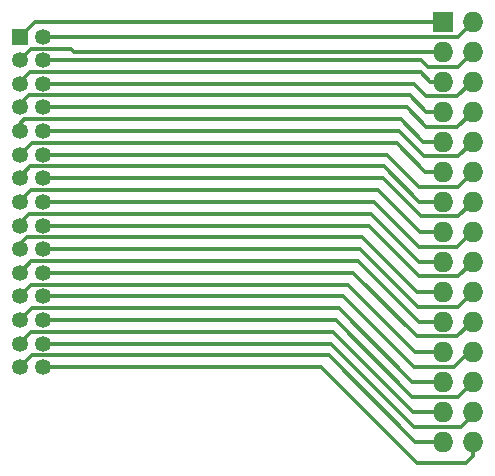
<source format=gtl>
G04 #@! TF.FileFunction,Copper,L1,Top,Signal*
%FSLAX46Y46*%
G04 Gerber Fmt 4.6, Leading zero omitted, Abs format (unit mm)*
G04 Created by KiCad (PCBNEW 4.0.2-stable) date 03/11/2016 07:27:08 a.m.*
%MOMM*%
G01*
G04 APERTURE LIST*
%ADD10C,0.100000*%
%ADD11R,1.350000X1.350000*%
%ADD12C,1.350000*%
%ADD13R,1.727200X1.727200*%
%ADD14O,1.727200X1.727200*%
%ADD15C,0.300000*%
G04 APERTURE END LIST*
D10*
D11*
X59172000Y-68472000D03*
D12*
X59172000Y-70472000D03*
X59172000Y-72472000D03*
X59172000Y-74472000D03*
X59172000Y-76472000D03*
X59172000Y-78472000D03*
X59172000Y-80472000D03*
X59172000Y-82472000D03*
X59172000Y-84472000D03*
X59172000Y-86472000D03*
X59172000Y-88472000D03*
X59172000Y-90472000D03*
X59172000Y-92472000D03*
X59172000Y-94472000D03*
X59172000Y-96472000D03*
X61172000Y-68472000D03*
X61172000Y-70472000D03*
X61172000Y-72472000D03*
X61172000Y-74472000D03*
X61172000Y-76472000D03*
X61172000Y-78472000D03*
X61172000Y-80472000D03*
X61172000Y-82472000D03*
X61172000Y-84472000D03*
X61172000Y-86472000D03*
X61172000Y-88472000D03*
X61172000Y-90472000D03*
X61172000Y-92472000D03*
X61172000Y-94472000D03*
X61172000Y-96472000D03*
D13*
X94986000Y-67202000D03*
D14*
X97526000Y-67202000D03*
X94986000Y-69742000D03*
X97526000Y-69742000D03*
X94986000Y-72282000D03*
X97526000Y-72282000D03*
X94986000Y-74822000D03*
X97526000Y-74822000D03*
X94986000Y-77362000D03*
X97526000Y-77362000D03*
X94986000Y-79902000D03*
X97526000Y-79902000D03*
X94986000Y-82442000D03*
X97526000Y-82442000D03*
X94986000Y-84982000D03*
X97526000Y-84982000D03*
X94986000Y-87522000D03*
X97526000Y-87522000D03*
X94986000Y-90062000D03*
X97526000Y-90062000D03*
X94986000Y-92602000D03*
X97526000Y-92602000D03*
X94986000Y-95142000D03*
X97526000Y-95142000D03*
X94986000Y-97682000D03*
X97526000Y-97682000D03*
X94986000Y-100222000D03*
X97526000Y-100222000D03*
X94986000Y-102762000D03*
X97526000Y-102762000D03*
D15*
X94986000Y-67202000D02*
X60442000Y-67202000D01*
X60442000Y-67202000D02*
X59172000Y-68472000D01*
X94986000Y-69742000D02*
X63744000Y-69742000D01*
X60156000Y-69488000D02*
X59172000Y-70472000D01*
X63490000Y-69488000D02*
X60156000Y-69488000D01*
X63744000Y-69742000D02*
X63490000Y-69488000D01*
X59172000Y-72472000D02*
X59172000Y-72332800D01*
X59172000Y-72332800D02*
X60035600Y-71469200D01*
X60035600Y-71469200D02*
X93106400Y-71469200D01*
X93106400Y-71469200D02*
X93919200Y-72282000D01*
X93919200Y-72282000D02*
X94986000Y-72282000D01*
X59172000Y-74472000D02*
X59172000Y-74212400D01*
X59172000Y-74212400D02*
X59934000Y-73450400D01*
X59934000Y-73450400D02*
X92192000Y-73450400D01*
X92192000Y-73450400D02*
X93563600Y-74822000D01*
X93563600Y-74822000D02*
X94986000Y-74822000D01*
X59172000Y-76472000D02*
X59172000Y-75838000D01*
X59172000Y-75838000D02*
X59527600Y-75482400D01*
X59527600Y-75482400D02*
X91430000Y-75482400D01*
X91430000Y-75482400D02*
X93309600Y-77362000D01*
X93309600Y-77362000D02*
X94986000Y-77362000D01*
X94986000Y-79902000D02*
X93512800Y-79902000D01*
X60180400Y-77463600D02*
X59172000Y-78472000D01*
X91074400Y-77463600D02*
X60180400Y-77463600D01*
X93512800Y-79902000D02*
X91074400Y-77463600D01*
X59172000Y-80472000D02*
X59172000Y-80333800D01*
X59172000Y-80333800D02*
X60035600Y-79470200D01*
X60035600Y-79470200D02*
X90033000Y-79470200D01*
X90033000Y-79470200D02*
X93004800Y-82442000D01*
X93004800Y-82442000D02*
X94986000Y-82442000D01*
X59172000Y-82472000D02*
X59172000Y-82416600D01*
X59172000Y-82416600D02*
X60111800Y-81476800D01*
X60111800Y-81476800D02*
X89525000Y-81476800D01*
X89525000Y-81476800D02*
X93030200Y-84982000D01*
X93030200Y-84982000D02*
X94986000Y-84982000D01*
X59172000Y-84472000D02*
X59172000Y-84245400D01*
X59172000Y-84245400D02*
X59934000Y-83483400D01*
X59934000Y-83483400D02*
X88915400Y-83483400D01*
X88915400Y-83483400D02*
X92954000Y-87522000D01*
X92954000Y-87522000D02*
X94986000Y-87522000D01*
X59172000Y-86472000D02*
X59172000Y-86074200D01*
X59172000Y-86074200D02*
X59781600Y-85464600D01*
X59781600Y-85464600D02*
X88178800Y-85464600D01*
X88178800Y-85464600D02*
X92776200Y-90062000D01*
X92776200Y-90062000D02*
X94986000Y-90062000D01*
X59172000Y-88472000D02*
X59172000Y-88461800D01*
X59172000Y-88461800D02*
X60162600Y-87471200D01*
X60162600Y-87471200D02*
X87823200Y-87471200D01*
X87823200Y-87471200D02*
X92954000Y-92602000D01*
X92954000Y-92602000D02*
X94986000Y-92602000D01*
X59172000Y-90472000D02*
X59172000Y-90443000D01*
X59172000Y-90443000D02*
X60137200Y-89477800D01*
X60137200Y-89477800D02*
X86959600Y-89477800D01*
X86959600Y-89477800D02*
X92623800Y-95142000D01*
X92623800Y-95142000D02*
X94986000Y-95142000D01*
X94986000Y-97682000D02*
X92420600Y-97682000D01*
X60185000Y-91459000D02*
X59172000Y-92472000D01*
X86197600Y-91459000D02*
X60185000Y-91459000D01*
X92420600Y-97682000D02*
X86197600Y-91459000D01*
X59172000Y-94472000D02*
X59172000Y-94456200D01*
X59172000Y-94456200D02*
X60162600Y-93465600D01*
X60162600Y-93465600D02*
X85689600Y-93465600D01*
X85689600Y-93465600D02*
X92446000Y-100222000D01*
X92446000Y-100222000D02*
X94986000Y-100222000D01*
X94986000Y-102762000D02*
X92674600Y-102762000D01*
X60171800Y-95472200D02*
X59172000Y-96472000D01*
X85384800Y-95472200D02*
X60171800Y-95472200D01*
X92674600Y-102762000D02*
X85384800Y-95472200D01*
X61172000Y-68472000D02*
X91684000Y-68472000D01*
X96256000Y-68472000D02*
X97526000Y-67202000D01*
X96002000Y-68472000D02*
X96256000Y-68472000D01*
X91684000Y-68472000D02*
X96002000Y-68472000D01*
X61172000Y-70472000D02*
X93176000Y-70472000D01*
X96256000Y-71012000D02*
X97526000Y-69742000D01*
X93716000Y-71012000D02*
X96256000Y-71012000D01*
X93176000Y-70472000D02*
X93716000Y-71012000D01*
X97526000Y-72282000D02*
X97424400Y-72282000D01*
X97424400Y-72282000D02*
X96230600Y-73475800D01*
X96230600Y-73475800D02*
X93538200Y-73475800D01*
X93538200Y-73475800D02*
X92534400Y-72472000D01*
X92534400Y-72472000D02*
X61172000Y-72472000D01*
X61172000Y-74472000D02*
X91918200Y-74472000D01*
X96230600Y-76117400D02*
X97526000Y-74822000D01*
X93563600Y-76117400D02*
X96230600Y-76117400D01*
X91918200Y-74472000D02*
X93563600Y-76117400D01*
X61172000Y-76472000D02*
X91302000Y-76472000D01*
X96281400Y-78606600D02*
X97526000Y-77362000D01*
X93436600Y-78606600D02*
X96281400Y-78606600D01*
X91302000Y-76472000D02*
X93436600Y-78606600D01*
X61172000Y-78472000D02*
X90254000Y-78472000D01*
X96256000Y-81172000D02*
X97526000Y-79902000D01*
X92954000Y-81172000D02*
X96256000Y-81172000D01*
X90254000Y-78472000D02*
X92954000Y-81172000D01*
X61172000Y-80472000D02*
X89942600Y-80472000D01*
X96306800Y-83661200D02*
X97526000Y-82442000D01*
X93131800Y-83661200D02*
X96306800Y-83661200D01*
X89942600Y-80472000D02*
X93131800Y-83661200D01*
X97526000Y-84982000D02*
X97500600Y-84982000D01*
X97500600Y-84982000D02*
X96179800Y-86302800D01*
X96179800Y-86302800D02*
X92954000Y-86302800D01*
X92954000Y-86302800D02*
X89123200Y-82472000D01*
X89123200Y-82472000D02*
X61172000Y-82472000D01*
X61172000Y-84472000D02*
X88710200Y-84472000D01*
X96281400Y-88766600D02*
X97526000Y-87522000D01*
X93004800Y-88766600D02*
X96281400Y-88766600D01*
X88710200Y-84472000D02*
X93004800Y-88766600D01*
X61172000Y-86472000D02*
X87992400Y-86472000D01*
X96256000Y-91332000D02*
X97526000Y-90062000D01*
X92852400Y-91332000D02*
X96256000Y-91332000D01*
X87992400Y-86472000D02*
X92852400Y-91332000D01*
X97526000Y-92602000D02*
X97475200Y-92602000D01*
X97475200Y-92602000D02*
X96230600Y-93846600D01*
X96230600Y-93846600D02*
X92801600Y-93846600D01*
X92801600Y-93846600D02*
X87427000Y-88472000D01*
X87427000Y-88472000D02*
X61172000Y-88472000D01*
X97526000Y-95142000D02*
X97246600Y-95142000D01*
X97246600Y-95142000D02*
X95951200Y-96437400D01*
X95951200Y-96437400D02*
X92522200Y-96437400D01*
X92522200Y-96437400D02*
X86556800Y-90472000D01*
X86556800Y-90472000D02*
X61172000Y-90472000D01*
X61172000Y-92472000D02*
X85915200Y-92472000D01*
X96256000Y-98952000D02*
X97526000Y-97682000D01*
X92395200Y-98952000D02*
X96256000Y-98952000D01*
X85915200Y-92472000D02*
X92395200Y-98952000D01*
X97526000Y-100222000D02*
X97526000Y-100476000D01*
X97526000Y-100476000D02*
X96510000Y-101492000D01*
X96510000Y-101492000D02*
X92573000Y-101492000D01*
X92573000Y-101492000D02*
X85553000Y-94472000D01*
X85553000Y-94472000D02*
X61172000Y-94472000D01*
X97526000Y-102762000D02*
X97526000Y-103981200D01*
X84708200Y-96472000D02*
X61172000Y-96472000D01*
X92801600Y-104565400D02*
X84708200Y-96472000D01*
X96941800Y-104565400D02*
X92801600Y-104565400D01*
X97526000Y-103981200D02*
X96941800Y-104565400D01*
M02*

</source>
